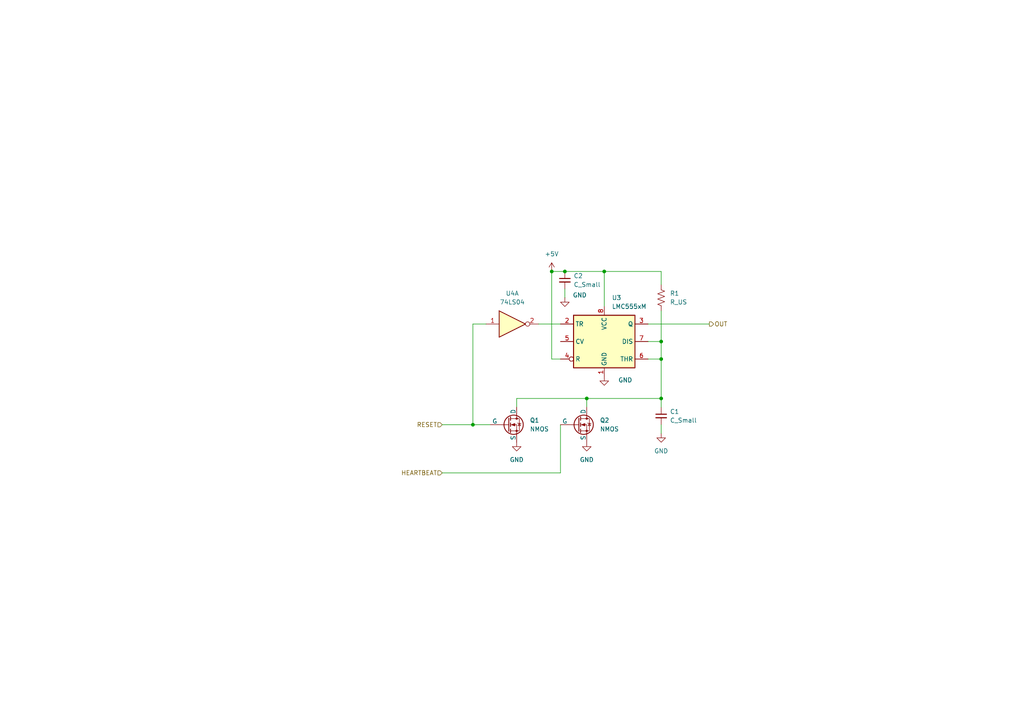
<source format=kicad_sch>
(kicad_sch (version 20231120) (generator "eeschema") (generator_version "8.0")
  (paper "A4")
  (lib_symbols
    (symbol "74xx:74LS04"
      (property "Reference" "U" (at 0 1.27 0))
      (property "Value" "74LS04" (at 0 -1.27 0))
      (symbol "74LS04_1_0"
        (polyline (pts (xy -3.81 3.81) (xy -3.81 -3.81) (xy 3.81 0) (xy -3.81 3.81)) (stroke (width 0.254)) (fill (type background)))
        (pin input line (at -7.62 0 0) (length 3.81) (name "~") (number "1"))
        (pin output inverted (at 7.62 0 180) (length 3.81) (name "~") (number "2"))
      )
      (symbol "74LS04_2_0"
        (polyline (pts (xy -3.81 3.81) (xy -3.81 -3.81) (xy 3.81 0) (xy -3.81 3.81)) (stroke (width 0.254)) (fill (type background)))
        (pin input line (at -7.62 0 0) (length 3.81) (name "~") (number "3"))
        (pin output inverted (at 7.62 0 180) (length 3.81) (name "~") (number "4"))
      )
      (symbol "74LS04_3_0"
        (polyline (pts (xy -3.81 3.81) (xy -3.81 -3.81) (xy 3.81 0) (xy -3.81 3.81)) (stroke (width 0.254)) (fill (type background)))
        (pin input line (at -7.62 0 0) (length 3.81) (name "~") (number "5"))
        (pin output inverted (at 7.62 0 180) (length 3.81) (name "~") (number "6"))
      )
      (symbol "74LS04_4_0"
        (polyline (pts (xy -3.81 3.81) (xy -3.81 -3.81) (xy 3.81 0) (xy -3.81 3.81)) (stroke (width 0.254)) (fill (type background)))
        (pin output inverted (at 7.62 0 180) (length 3.81) (name "~") (number "8"))
        (pin input line (at -7.62 0 0) (length 3.81) (name "~") (number "9"))
      )
      (symbol "74LS04_5_0"
        (polyline (pts (xy -3.81 3.81) (xy -3.81 -3.81) (xy 3.81 0) (xy -3.81 3.81)) (stroke (width 0.254)) (fill (type background)))
        (pin output inverted (at 7.62 0 180) (length 3.81) (name "~") (number "10"))
        (pin input line (at -7.62 0 0) (length 3.81) (name "~") (number "11"))
      )
      (symbol "74LS04_6_0"
        (polyline (pts (xy -3.81 3.81) (xy -3.81 -3.81) (xy 3.81 0) (xy -3.81 3.81)) (stroke (width 0.254)) (fill (type background)))
        (pin output inverted (at 7.62 0 180) (length 3.81) (name "~") (number "12"))
        (pin input line (at -7.62 0 0) (length 3.81) (name "~") (number "13"))
      )
      (symbol "74LS04_7_0"
        (pin power_in line (at 0 12.7 270) (length 5.08) (name "VCC") (number "14"))
        (pin power_in line (at 0 -12.7 90) (length 5.08) (name "GND") (number "7"))
      )
      (symbol "74LS04_7_1"
        (rectangle (start -5.08 7.62) (end 5.08 -7.62) (stroke (width 0.254)) (fill (type background)))
      )
    )
    (symbol "Device:C_Small" (pin_numbers hide) (pin_names (offset 0.254) hide)
      (property "Reference" "C" (at 0.254 1.778 0))
      (property "Value" "C_Small" (at 0.254 -2.032 0))
      (symbol "C_Small_0_1"
        (polyline (pts (xy -1.524 -0.508) (xy 1.524 -0.508)) (stroke (width 0.3302)))
        (polyline (pts (xy -1.524 0.508) (xy 1.524 0.508)) (stroke (width 0.3048)))
      )
      (symbol "C_Small_1_1"
        (pin passive line (at 0 2.54 270) (length 2.032) (name "~") (number "1"))
        (pin passive line (at 0 -2.54 90) (length 2.032) (name "~") (number "2"))
      )
    )
    (symbol "Device:R_US" (pin_numbers hide) (pin_names (offset 0))
      (property "Reference" "R" (at 2.54 0 90))
      (property "Value" "R_US" (at -2.54 0 90))
      (symbol "R_US_0_1"
        (polyline (pts (xy 0 -2.286) (xy 0 -2.54)))
        (polyline (pts (xy 0 2.286) (xy 0 2.54)))
        (polyline (pts (xy 0 -0.762) (xy 1.016 -1.143) (xy 0 -1.524) (xy -1.016 -1.905) (xy 0 -2.286)))
        (polyline (pts (xy 0 0.762) (xy 1.016 0.381) (xy 0 0) (xy -1.016 -0.381) (xy 0 -0.762)))
        (polyline (pts (xy 0 2.286) (xy 1.016 1.905) (xy 0 1.524) (xy -1.016 1.143) (xy 0 0.762)))
      )
      (symbol "R_US_1_1"
        (pin passive line (at 0 3.81 270) (length 1.27) (name "~") (number "1"))
        (pin passive line (at 0 -3.81 90) (length 1.27) (name "~") (number "2"))
      )
    )
    (symbol "Simulation_SPICE:NMOS" (pin_numbers hide) (pin_names (offset 0))
      (property "Reference" "Q" (at 5.08 1.27 0))
      (property "Value" "NMOS" (at 5.08 -1.27 0))
      (symbol "NMOS_0_1"
        (polyline (pts (xy 0.254 0) (xy -2.54 0)))
        (polyline (pts (xy 0.254 1.905) (xy 0.254 -1.905)) (stroke (width 0.254)))
        (polyline (pts (xy 0.762 -1.27) (xy 0.762 -2.286)) (stroke (width 0.254)))
        (polyline (pts (xy 0.762 0.508) (xy 0.762 -0.508)) (stroke (width 0.254)))
        (polyline (pts (xy 0.762 2.286) (xy 0.762 1.27)) (stroke (width 0.254)))
        (polyline (pts (xy 2.54 2.54) (xy 2.54 1.778)))
        (polyline (pts (xy 2.54 -2.54) (xy 2.54 0) (xy 0.762 0)))
        (polyline (pts (xy 0.762 -1.778) (xy 3.302 -1.778) (xy 3.302 1.778) (xy 0.762 1.778)))
        (polyline (pts (xy 1.016 0) (xy 2.032 0.381) (xy 2.032 -0.381) (xy 1.016 0)) (fill (type outline)))
        (polyline (pts (xy 2.794 0.508) (xy 2.921 0.381) (xy 3.683 0.381) (xy 3.81 0.254)))
        (polyline (pts (xy 3.302 0.381) (xy 2.921 -0.254) (xy 3.683 -0.254) (xy 3.302 0.381)))
        (circle (center 1.651 0) (radius 2.794) (stroke (width 0.254)))
        (circle (center 2.54 -1.778) (radius 0.254) (fill (type outline)))
        (circle (center 2.54 1.778) (radius 0.254) (fill (type outline)))
      )
      (symbol "NMOS_1_1"
        (pin passive line (at 2.54 5.08 270) (length 2.54) (name "D") (number "1"))
        (pin input line (at -5.08 0 0) (length 2.54) (name "G") (number "2"))
        (pin passive line (at 2.54 -5.08 90) (length 2.54) (name "S") (number "3"))
      )
    )
    (symbol "Timer:LMC555xM"
      (property "Reference" "U" (at -10.16 8.89 0))
      (property "Value" "LMC555xM" (at 2.54 8.89 0))
      (symbol "LMC555xM_0_0"
        (pin power_in line (at 0 -10.16 90) (length 2.54) (name "GND") (number "1"))
        (pin power_in line (at 0 10.16 270) (length 2.54) (name "VCC") (number "8"))
      )
      (symbol "LMC555xM_0_1"
        (rectangle (start -8.89 -7.62) (end 8.89 7.62) (stroke (width 0.254)) (fill (type background)))
        (rectangle (start -8.89 -7.62) (end 8.89 7.62) (stroke (width 0.254)) (fill (type background)))
      )
      (symbol "LMC555xM_1_1"
        (pin input line (at -12.7 5.08 0) (length 3.81) (name "TR") (number "2"))
        (pin output line (at 12.7 5.08 180) (length 3.81) (name "Q") (number "3"))
        (pin input inverted (at -12.7 -5.08 0) (length 3.81) (name "R") (number "4"))
        (pin input line (at -12.7 0 0) (length 3.81) (name "CV") (number "5"))
        (pin input line (at 12.7 -5.08 180) (length 3.81) (name "THR") (number "6"))
        (pin input line (at 12.7 0 180) (length 3.81) (name "DIS") (number "7"))
      )
    )
    (symbol "power:+5V" (power) (pin_numbers hide) (pin_names (offset 0) hide)
      (property "Value" "+5V" (at 0 3.556 0))
      (symbol "+5V_0_1"
        (polyline (pts (xy -0.762 1.27) (xy 0 2.54)))
        (polyline (pts (xy 0 0) (xy 0 2.54)))
        (polyline (pts (xy 0 2.54) (xy 0.762 1.27)))
      )
      (symbol "+5V_1_1"
        (pin power_in line (at 0 0 90) (length 0) (name "~") (number "1"))
      )
    )
    (symbol "power:GND" (power) (pin_numbers hide) (pin_names (offset 0) hide)
      (property "Value" "GND" (at 0 -3.81 0))
      (symbol "GND_0_1"
        (polyline (pts (xy 0 0) (xy 0 -1.27) (xy 1.27 -1.27) (xy 0 -2.54) (xy -1.27 -1.27) (xy 0 -1.27)))
      )
      (symbol "GND_1_1"
        (pin power_in line (at 0 0 270) (length 0) (name "~") (number "1"))
      )
    )
  )
  (junction (at 191.77 99.06))
  (junction (at 191.77 115.57))
  (junction (at 137.16 123.19))
  (junction (at 163.83 78.74))
  (junction (at 170.18 115.57))
  (junction (at 160.02 78.74))
  (junction (at 175.26 78.74))
  (junction (at 191.77 104.14))
  (wire (pts (xy 163.83 83.82) (xy 163.83 86.36)))
  (wire (pts (xy 175.26 78.74) (xy 175.26 88.9)))
  (wire (pts (xy 149.86 118.11) (xy 149.86 115.57)))
  (wire (pts (xy 162.56 123.19) (xy 162.56 137.16)))
  (wire (pts (xy 128.27 137.16) (xy 162.56 137.16)))
  (wire (pts (xy 191.77 104.14) (xy 187.96 104.14)))
  (wire (pts (xy 170.18 115.57) (xy 170.18 118.11)))
  (wire (pts (xy 149.86 115.57) (xy 170.18 115.57)))
  (wire (pts (xy 191.77 104.14) (xy 191.77 115.57)))
  (wire (pts (xy 187.96 93.98) (xy 205.74 93.98)))
  (wire (pts (xy 175.26 78.74) (xy 191.77 78.74)))
  (wire (pts (xy 191.77 90.17) (xy 191.77 99.06)))
  (wire (pts (xy 128.27 123.19) (xy 137.16 123.19)))
  (wire (pts (xy 160.02 104.14) (xy 160.02 78.74)))
  (wire (pts (xy 160.02 78.74) (xy 163.83 78.74)))
  (wire (pts (xy 162.56 104.14) (xy 160.02 104.14)))
  (wire (pts (xy 156.21 93.98) (xy 162.56 93.98)))
  (wire (pts (xy 191.77 123.19) (xy 191.77 125.73)))
  (wire (pts (xy 187.96 99.06) (xy 191.77 99.06)))
  (wire (pts (xy 170.18 115.57) (xy 191.77 115.57)))
  (wire (pts (xy 191.77 78.74) (xy 191.77 82.55)))
  (wire (pts (xy 137.16 123.19) (xy 137.16 93.98)))
  (wire (pts (xy 137.16 93.98) (xy 140.97 93.98)))
  (wire (pts (xy 137.16 123.19) (xy 142.24 123.19)))
  (wire (pts (xy 191.77 99.06) (xy 191.77 104.14)))
  (wire (pts (xy 163.83 78.74) (xy 175.26 78.74)))
  (wire (pts (xy 191.77 115.57) (xy 191.77 118.11)))
  (hierarchical_label "RESET" (shape input) (at 128.27 123.19 180))
  (hierarchical_label "OUT" (shape output) (at 205.74 93.98 0))
  (hierarchical_label "HEARTBEAT" (shape input) (at 128.27 137.16 180))
  (symbol (lib_id "power:GND") (at 170.18 128.27 0) (unit 1)
    (property "Reference" "#PWR05" (effects (hide yes)))
    (property "Value" "GND" (at 170.18 133.35 0))
    (property "Description" "Power symbol creates a global label with name \"GND\" , ground" (effects (hide yes)))
  )
  (symbol (lib_id "power:+5V") (at 160.02 78.74 0) (unit 1)
    (property "Reference" "#PWR07" (effects (hide yes)))
    (property "Value" "+5V" (at 160.02 73.66 0))
    (property "Description" "Power symbol creates a global label with name \"+5V\"" (effects (hide yes)))
  )
  (symbol (lib_id "Device:C_Small") (at 163.83 81.28 0) (unit 1)
    (property "Reference" "C2" (at 166.37 80.0162 0) (effects (justify left)))
    (property "Value" "C_Small" (at 166.37 82.5562 0) (effects (justify left)))
    (property "Description" "Unpolarized capacitor, small symbol" (effects (hide yes)))
  )
  (symbol (lib_id "power:GND") (at 149.86 128.27 0) (unit 1)
    (property "Reference" "#PWR06" (effects (hide yes)))
    (property "Value" "GND" (at 149.86 133.35 0))
    (property "Description" "Power symbol creates a global label with name \"GND\" , ground" (effects (hide yes)))
  )
  (symbol (lib_id "power:GND") (at 163.83 86.36 0) (unit 1)
    (property "Reference" "#PWR09" (effects (hide yes)))
    (property "Value" "GND" (at 168.148 85.598 0))
    (property "Description" "Power symbol creates a global label with name \"GND\" , ground" (effects (hide yes)))
  )
  (symbol (lib_id "Simulation_SPICE:NMOS") (at 147.32 123.19 0) (unit 1)
    (property "Reference" "Q1" (at 153.67 121.9199 0) (effects (justify left)))
    (property "Value" "NMOS" (at 153.67 124.4599 0) (effects (justify left)))
    (property "Datasheet" "https://ngspice.sourceforge.io/docs/ngspice-html-manual/manual.xhtml#cha_MOSFETs" (effects (hide yes)))
    (property "Description" "N-MOSFET transistor, drain/source/gate" (effects (hide yes)))
    (property "Sim.Device" "NMOS" (effects (hide yes)))
    (property "Sim.Type" "VDMOS" (effects (hide yes)))
    (property "Sim.Pins" "1=D 2=G 3=S" (effects (hide yes)))
  )
  (symbol (lib_id "74xx:74LS04") (at 148.59 93.98 0) (unit 1)
    (property "Reference" "U4" (at 148.59 85.09 0))
    (property "Value" "74LS04" (at 148.59 87.63 0))
    (property "Datasheet" "http://www.ti.com/lit/gpn/sn74LS04" (effects (hide yes)))
    (property "Description" "Hex Inverter" (effects (hide yes)))
  )
  (symbol (lib_id "Timer:LMC555xM") (at 175.26 99.06 0) (unit 1)
    (property "Reference" "U3" (at 177.4541 86.36 0) (effects (justify left)))
    (property "Value" "LMC555xM" (at 177.4541 88.9 0) (effects (justify left)))
    (property "Footprint" "Package_SO:SOIC-8_3.9x4.9mm_P1.27mm" (effects (hide yes)))
    (property "Datasheet" "http://www.ti.com/lit/ds/symlink/lmc555.pdf" (effects (hide yes)))
    (property "Description" "CMOS Timer, 555 compatible, SOIC-8" (effects (hide yes)))
  )
  (symbol (lib_id "Device:C_Small") (at 191.77 120.65 0) (unit 1)
    (property "Reference" "C1" (at 194.31 119.3862 0) (effects (justify left)))
    (property "Value" "C_Small" (at 194.31 121.9262 0) (effects (justify left)))
    (property "Description" "Unpolarized capacitor, small symbol" (effects (hide yes)))
  )
  (symbol (lib_id "Simulation_SPICE:NMOS") (at 167.64 123.19 0) (unit 1)
    (property "Reference" "Q2" (at 173.99 121.9199 0) (effects (justify left)))
    (property "Value" "NMOS" (at 173.99 124.4599 0) (effects (justify left)))
    (property "Datasheet" "https://ngspice.sourceforge.io/docs/ngspice-html-manual/manual.xhtml#cha_MOSFETs" (effects (hide yes)))
    (property "Description" "N-MOSFET transistor, drain/source/gate" (effects (hide yes)))
    (property "Sim.Device" "NMOS" (effects (hide yes)))
    (property "Sim.Type" "VDMOS" (effects (hide yes)))
    (property "Sim.Pins" "1=D 2=G 3=S" (effects (hide yes)))
  )
  (symbol (lib_id "power:GND") (at 175.26 109.22 0) (unit 1)
    (property "Reference" "#PWR08" (effects (hide yes)))
    (property "Value" "GND" (at 181.356 110.236 0))
    (property "Description" "Power symbol creates a global label with name \"GND\" , ground" (effects (hide yes)))
  )
  (symbol (lib_id "Device:R_US") (at 191.77 86.36 0) (unit 1)
    (property "Reference" "R1" (at 194.31 85.0899 0) (effects (justify left)))
    (property "Value" "R_US" (at 194.31 87.6299 0) (effects (justify left)))
    (property "Description" "Resistor, US symbol" (effects (hide yes)))
  )
  (symbol (lib_id "power:GND") (at 191.77 125.73 0) (unit 1)
    (property "Reference" "#PWR04" (effects (hide yes)))
    (property "Value" "GND" (at 191.77 130.81 0))
    (property "Description" "Power symbol creates a global label with name \"GND\" , ground" (effects (hide yes)))
  )
)
</source>
